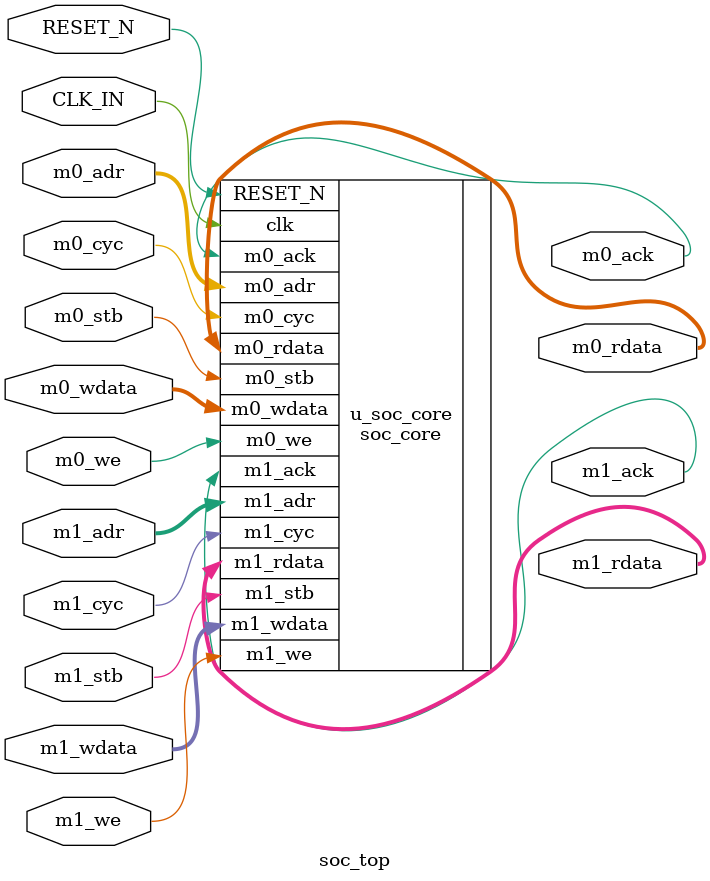
<source format=v>
`timescale 1ns/1ps

module soc_top (
  input  wire        CLK_IN,    // test expects this name
  input  wire        RESET_N,

  // Master 0 (kept for completeness)
  input  wire        m0_cyc,
  input  wire        m0_stb,
  input  wire        m0_we,
  input  wire [31:0] m0_adr,
  input  wire [31:0] m0_wdata,
  output wire [31:0] m0_rdata,
  output wire        m0_ack,

  // Master 1 (kept for completeness)
  input  wire        m1_cyc,
  input  wire        m1_stb,
  input  wire        m1_we,
  input  wire [31:0] m1_adr,
  input  wire [31:0] m1_wdata,
  output wire [31:0] m1_rdata,
  output wire        m1_ack
);

  // Forward to soc_core, mapping CLK_IN -> clk
  soc_core u_soc_core (
    .clk(CLK_IN),
    .RESET_N(RESET_N),

    .m0_cyc(m0_cyc),
    .m0_stb(m0_stb),
    .m0_we(m0_we),
    .m0_adr(m0_adr),
    .m0_wdata(m0_wdata),
    .m0_rdata(m0_rdata),
    .m0_ack(m0_ack),

    .m1_cyc(m1_cyc),
    .m1_stb(m1_stb),
    .m1_we(m1_we),
    .m1_adr(m1_adr),
    .m1_wdata(m1_wdata),
    .m1_rdata(m1_rdata),
    .m1_ack(m1_ack)
  );

`ifdef COCOTB_SIM
initial begin
  $display("VCD: %0s", ("VCD_FILE"));
  $dumpfile(("VCD_FILE"));
  $dumpvars(0, soc_top);
end
`endif

endmodule


</source>
